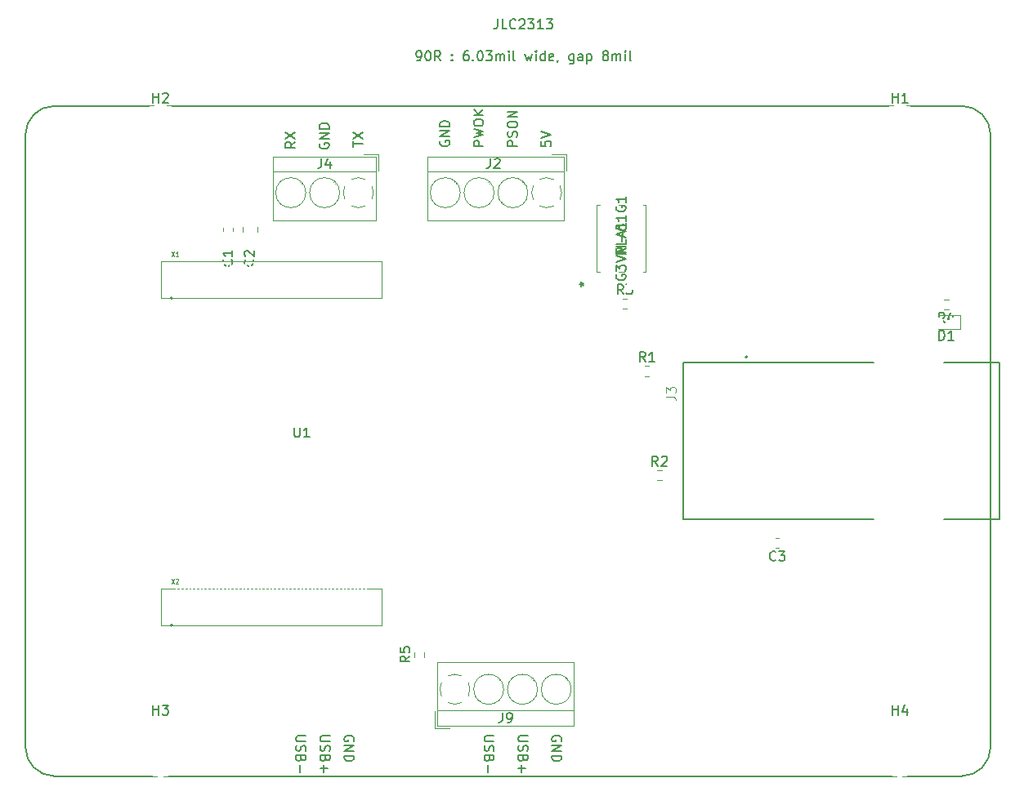
<source format=gbr>
%TF.GenerationSoftware,KiCad,Pcbnew,5.1.10*%
%TF.CreationDate,2021-07-27T11:18:45+02:00*%
%TF.ProjectId,lxbmc,6c78626d-632e-46b6-9963-61645f706362,rev?*%
%TF.SameCoordinates,Original*%
%TF.FileFunction,Legend,Top*%
%TF.FilePolarity,Positive*%
%FSLAX45Y45*%
G04 Gerber Fmt 4.5, Leading zero omitted, Abs format (unit mm)*
G04 Created by KiCad (PCBNEW 5.1.10) date 2021-07-27 11:18:45*
%MOMM*%
%LPD*%
G01*
G04 APERTURE LIST*
%ADD10C,0.150000*%
%TA.AperFunction,Profile*%
%ADD11C,0.200000*%
%TD*%
%ADD12C,0.200000*%
%ADD13C,0.127000*%
%ADD14C,0.120000*%
%ADD15C,0.015000*%
%ADD16C,1.800000*%
%ADD17C,2.925000*%
%ADD18C,3.251200*%
%ADD19C,2.362200*%
%ADD20C,1.524000*%
%ADD21C,1.714500*%
%ADD22C,1.371600*%
%ADD23R,1.524000X1.524000*%
%ADD24R,1.397000X1.701800*%
%ADD25R,0.200000X0.700000*%
%ADD26C,6.100000*%
%ADD27C,2.300000*%
%ADD28R,2.300000X2.300000*%
%ADD29C,3.200000*%
%ADD30R,1.700000X1.700000*%
%ADD31O,1.700000X1.700000*%
G04 APERTURE END LIST*
D10*
X4854762Y-6533559D02*
X4773810Y-6533559D01*
X4764286Y-6538321D01*
X4759524Y-6543083D01*
X4754762Y-6552607D01*
X4754762Y-6571655D01*
X4759524Y-6581178D01*
X4764286Y-6585940D01*
X4773810Y-6590702D01*
X4854762Y-6590702D01*
X4759524Y-6633559D02*
X4754762Y-6647845D01*
X4754762Y-6671655D01*
X4759524Y-6681178D01*
X4764286Y-6685940D01*
X4773810Y-6690702D01*
X4783333Y-6690702D01*
X4792857Y-6685940D01*
X4797619Y-6681178D01*
X4802381Y-6671655D01*
X4807143Y-6652607D01*
X4811905Y-6643083D01*
X4816667Y-6638321D01*
X4826190Y-6633559D01*
X4835714Y-6633559D01*
X4845238Y-6638321D01*
X4850000Y-6643083D01*
X4854762Y-6652607D01*
X4854762Y-6676417D01*
X4850000Y-6690702D01*
X4807143Y-6766893D02*
X4802381Y-6781178D01*
X4797619Y-6785940D01*
X4788095Y-6790702D01*
X4773810Y-6790702D01*
X4764286Y-6785940D01*
X4759524Y-6781178D01*
X4754762Y-6771655D01*
X4754762Y-6733559D01*
X4854762Y-6733559D01*
X4854762Y-6766893D01*
X4850000Y-6776417D01*
X4845238Y-6781178D01*
X4835714Y-6785940D01*
X4826190Y-6785940D01*
X4816667Y-6781178D01*
X4811905Y-6776417D01*
X4807143Y-6766893D01*
X4807143Y-6733559D01*
X4792857Y-6833559D02*
X4792857Y-6909750D01*
X5204762Y-6533559D02*
X5123810Y-6533559D01*
X5114286Y-6538321D01*
X5109524Y-6543083D01*
X5104762Y-6552607D01*
X5104762Y-6571655D01*
X5109524Y-6581178D01*
X5114286Y-6585940D01*
X5123810Y-6590702D01*
X5204762Y-6590702D01*
X5109524Y-6633559D02*
X5104762Y-6647845D01*
X5104762Y-6671655D01*
X5109524Y-6681178D01*
X5114286Y-6685940D01*
X5123810Y-6690702D01*
X5133333Y-6690702D01*
X5142857Y-6685940D01*
X5147619Y-6681178D01*
X5152381Y-6671655D01*
X5157143Y-6652607D01*
X5161905Y-6643083D01*
X5166667Y-6638321D01*
X5176190Y-6633559D01*
X5185714Y-6633559D01*
X5195238Y-6638321D01*
X5200000Y-6643083D01*
X5204762Y-6652607D01*
X5204762Y-6676417D01*
X5200000Y-6690702D01*
X5157143Y-6766893D02*
X5152381Y-6781178D01*
X5147619Y-6785940D01*
X5138095Y-6790702D01*
X5123810Y-6790702D01*
X5114286Y-6785940D01*
X5109524Y-6781178D01*
X5104762Y-6771655D01*
X5104762Y-6733559D01*
X5204762Y-6733559D01*
X5204762Y-6766893D01*
X5200000Y-6776417D01*
X5195238Y-6781178D01*
X5185714Y-6785940D01*
X5176190Y-6785940D01*
X5166667Y-6781178D01*
X5161905Y-6776417D01*
X5157143Y-6766893D01*
X5157143Y-6733559D01*
X5142857Y-6833559D02*
X5142857Y-6909750D01*
X5104762Y-6871655D02*
X5180952Y-6871655D01*
X5550000Y-6585940D02*
X5554762Y-6576417D01*
X5554762Y-6562131D01*
X5550000Y-6547845D01*
X5540476Y-6538321D01*
X5530952Y-6533559D01*
X5511905Y-6528798D01*
X5497619Y-6528798D01*
X5478571Y-6533559D01*
X5469048Y-6538321D01*
X5459524Y-6547845D01*
X5454762Y-6562131D01*
X5454762Y-6571655D01*
X5459524Y-6585940D01*
X5464286Y-6590702D01*
X5497619Y-6590702D01*
X5497619Y-6571655D01*
X5454762Y-6633559D02*
X5554762Y-6633559D01*
X5454762Y-6690702D01*
X5554762Y-6690702D01*
X5454762Y-6738321D02*
X5554762Y-6738321D01*
X5554762Y-6762131D01*
X5550000Y-6776417D01*
X5540476Y-6785940D01*
X5530952Y-6790702D01*
X5511905Y-6795464D01*
X5497619Y-6795464D01*
X5478571Y-6790702D01*
X5469048Y-6785940D01*
X5459524Y-6776417D01*
X5454762Y-6762131D01*
X5454762Y-6738321D01*
X4745238Y-416440D02*
X4645238Y-416440D01*
X4645238Y-378345D01*
X4650000Y-368821D01*
X4654762Y-364059D01*
X4664286Y-359298D01*
X4678571Y-359298D01*
X4688095Y-364059D01*
X4692857Y-368821D01*
X4697619Y-378345D01*
X4697619Y-416440D01*
X4645238Y-325964D02*
X4745238Y-302155D01*
X4673810Y-283107D01*
X4745238Y-264060D01*
X4645238Y-240250D01*
X4645238Y-183107D02*
X4645238Y-164060D01*
X4650000Y-154536D01*
X4659524Y-145012D01*
X4678571Y-140250D01*
X4711905Y-140250D01*
X4730952Y-145012D01*
X4740476Y-154536D01*
X4745238Y-164060D01*
X4745238Y-183107D01*
X4740476Y-192631D01*
X4730952Y-202155D01*
X4711905Y-206917D01*
X4678571Y-206917D01*
X4659524Y-202155D01*
X4650000Y-192631D01*
X4645238Y-183107D01*
X4745238Y-97393D02*
X4645238Y-97393D01*
X4745238Y-40250D02*
X4688095Y-83107D01*
X4645238Y-40250D02*
X4702381Y-97393D01*
D11*
X300000Y-6950000D02*
G75*
G02*
X0Y-6650000I0J300000D01*
G01*
X0Y-300000D02*
G75*
G02*
X300000Y0I300000J0D01*
G01*
X10000000Y-6650000D02*
G75*
G02*
X9700000Y-6950000I-300000J0D01*
G01*
X9700000Y0D02*
G75*
G02*
X10000000Y-300000I0J-300000D01*
G01*
D10*
X5345238Y-368821D02*
X5345238Y-416440D01*
X5392857Y-421202D01*
X5388095Y-416440D01*
X5383333Y-406917D01*
X5383333Y-383107D01*
X5388095Y-373583D01*
X5392857Y-368821D01*
X5402381Y-364059D01*
X5426190Y-364059D01*
X5435714Y-368821D01*
X5440476Y-373583D01*
X5445238Y-383107D01*
X5445238Y-406917D01*
X5440476Y-416440D01*
X5435714Y-421202D01*
X5345238Y-335488D02*
X5445238Y-302155D01*
X5345238Y-268821D01*
X4300000Y-364059D02*
X4295238Y-373583D01*
X4295238Y-387869D01*
X4300000Y-402155D01*
X4309524Y-411678D01*
X4319048Y-416440D01*
X4338095Y-421202D01*
X4352381Y-421202D01*
X4371429Y-416440D01*
X4380952Y-411678D01*
X4390476Y-402155D01*
X4395238Y-387869D01*
X4395238Y-378345D01*
X4390476Y-364059D01*
X4385714Y-359298D01*
X4352381Y-359298D01*
X4352381Y-378345D01*
X4395238Y-316440D02*
X4295238Y-316440D01*
X4395238Y-259298D01*
X4295238Y-259298D01*
X4395238Y-211678D02*
X4295238Y-211678D01*
X4295238Y-187869D01*
X4300000Y-173583D01*
X4309524Y-164060D01*
X4319048Y-159298D01*
X4338095Y-154536D01*
X4352381Y-154536D01*
X4371429Y-159298D01*
X4380952Y-164060D01*
X4390476Y-173583D01*
X4395238Y-187869D01*
X4395238Y-211678D01*
X4893333Y899762D02*
X4893333Y828333D01*
X4888571Y814048D01*
X4879048Y804524D01*
X4864762Y799762D01*
X4855238Y799762D01*
X4988571Y799762D02*
X4940952Y799762D01*
X4940952Y899762D01*
X5079048Y809286D02*
X5074286Y804524D01*
X5060000Y799762D01*
X5050476Y799762D01*
X5036190Y804524D01*
X5026667Y814048D01*
X5021905Y823571D01*
X5017143Y842619D01*
X5017143Y856905D01*
X5021905Y875952D01*
X5026667Y885476D01*
X5036190Y895000D01*
X5050476Y899762D01*
X5060000Y899762D01*
X5074286Y895000D01*
X5079048Y890238D01*
X5117143Y890238D02*
X5121905Y895000D01*
X5131429Y899762D01*
X5155238Y899762D01*
X5164762Y895000D01*
X5169524Y890238D01*
X5174286Y880714D01*
X5174286Y871190D01*
X5169524Y856905D01*
X5112381Y799762D01*
X5174286Y799762D01*
X5207619Y899762D02*
X5269524Y899762D01*
X5236190Y861667D01*
X5250476Y861667D01*
X5260000Y856905D01*
X5264762Y852143D01*
X5269524Y842619D01*
X5269524Y818809D01*
X5264762Y809286D01*
X5260000Y804524D01*
X5250476Y799762D01*
X5221905Y799762D01*
X5212381Y804524D01*
X5207619Y809286D01*
X5364762Y799762D02*
X5307619Y799762D01*
X5336190Y799762D02*
X5336190Y899762D01*
X5326667Y885476D01*
X5317143Y875952D01*
X5307619Y871190D01*
X5398095Y899762D02*
X5460000Y899762D01*
X5426667Y861667D01*
X5440952Y861667D01*
X5450476Y856905D01*
X5455238Y852143D01*
X5460000Y842619D01*
X5460000Y818809D01*
X5455238Y809286D01*
X5450476Y804524D01*
X5440952Y799762D01*
X5412381Y799762D01*
X5402857Y804524D01*
X5398095Y809286D01*
X4057619Y469762D02*
X4076667Y469762D01*
X4086190Y474524D01*
X4090952Y479286D01*
X4100476Y493571D01*
X4105238Y512619D01*
X4105238Y550714D01*
X4100476Y560238D01*
X4095714Y565000D01*
X4086190Y569762D01*
X4067143Y569762D01*
X4057619Y565000D01*
X4052857Y560238D01*
X4048095Y550714D01*
X4048095Y526905D01*
X4052857Y517381D01*
X4057619Y512619D01*
X4067143Y507857D01*
X4086190Y507857D01*
X4095714Y512619D01*
X4100476Y517381D01*
X4105238Y526905D01*
X4167143Y569762D02*
X4176667Y569762D01*
X4186190Y565000D01*
X4190952Y560238D01*
X4195714Y550714D01*
X4200476Y531667D01*
X4200476Y507857D01*
X4195714Y488809D01*
X4190952Y479286D01*
X4186190Y474524D01*
X4176667Y469762D01*
X4167143Y469762D01*
X4157619Y474524D01*
X4152857Y479286D01*
X4148095Y488809D01*
X4143333Y507857D01*
X4143333Y531667D01*
X4148095Y550714D01*
X4152857Y560238D01*
X4157619Y565000D01*
X4167143Y569762D01*
X4300476Y469762D02*
X4267143Y517381D01*
X4243333Y469762D02*
X4243333Y569762D01*
X4281429Y569762D01*
X4290952Y565000D01*
X4295714Y560238D01*
X4300476Y550714D01*
X4300476Y536429D01*
X4295714Y526905D01*
X4290952Y522143D01*
X4281429Y517381D01*
X4243333Y517381D01*
X4419524Y479286D02*
X4424286Y474524D01*
X4419524Y469762D01*
X4414762Y474524D01*
X4419524Y479286D01*
X4419524Y469762D01*
X4419524Y531667D02*
X4424286Y526905D01*
X4419524Y522143D01*
X4414762Y526905D01*
X4419524Y531667D01*
X4419524Y522143D01*
X4586190Y569762D02*
X4567143Y569762D01*
X4557619Y565000D01*
X4552857Y560238D01*
X4543333Y545952D01*
X4538571Y526905D01*
X4538571Y488809D01*
X4543333Y479286D01*
X4548095Y474524D01*
X4557619Y469762D01*
X4576667Y469762D01*
X4586190Y474524D01*
X4590952Y479286D01*
X4595714Y488809D01*
X4595714Y512619D01*
X4590952Y522143D01*
X4586190Y526905D01*
X4576667Y531667D01*
X4557619Y531667D01*
X4548095Y526905D01*
X4543333Y522143D01*
X4538571Y512619D01*
X4638571Y479286D02*
X4643333Y474524D01*
X4638571Y469762D01*
X4633810Y474524D01*
X4638571Y479286D01*
X4638571Y469762D01*
X4705238Y569762D02*
X4714762Y569762D01*
X4724286Y565000D01*
X4729048Y560238D01*
X4733810Y550714D01*
X4738571Y531667D01*
X4738571Y507857D01*
X4733810Y488809D01*
X4729048Y479286D01*
X4724286Y474524D01*
X4714762Y469762D01*
X4705238Y469762D01*
X4695714Y474524D01*
X4690952Y479286D01*
X4686190Y488809D01*
X4681429Y507857D01*
X4681429Y531667D01*
X4686190Y550714D01*
X4690952Y560238D01*
X4695714Y565000D01*
X4705238Y569762D01*
X4771905Y569762D02*
X4833810Y569762D01*
X4800476Y531667D01*
X4814762Y531667D01*
X4824286Y526905D01*
X4829048Y522143D01*
X4833810Y512619D01*
X4833810Y488809D01*
X4829048Y479286D01*
X4824286Y474524D01*
X4814762Y469762D01*
X4786190Y469762D01*
X4776667Y474524D01*
X4771905Y479286D01*
X4876667Y469762D02*
X4876667Y536429D01*
X4876667Y526905D02*
X4881429Y531667D01*
X4890952Y536429D01*
X4905238Y536429D01*
X4914762Y531667D01*
X4919524Y522143D01*
X4919524Y469762D01*
X4919524Y522143D02*
X4924286Y531667D01*
X4933810Y536429D01*
X4948095Y536429D01*
X4957619Y531667D01*
X4962381Y522143D01*
X4962381Y469762D01*
X5010000Y469762D02*
X5010000Y536429D01*
X5010000Y569762D02*
X5005238Y565000D01*
X5010000Y560238D01*
X5014762Y565000D01*
X5010000Y569762D01*
X5010000Y560238D01*
X5071905Y469762D02*
X5062381Y474524D01*
X5057619Y484048D01*
X5057619Y569762D01*
X5176667Y536429D02*
X5195714Y469762D01*
X5214762Y517381D01*
X5233810Y469762D01*
X5252857Y536429D01*
X5290952Y469762D02*
X5290952Y536429D01*
X5290952Y569762D02*
X5286190Y565000D01*
X5290952Y560238D01*
X5295714Y565000D01*
X5290952Y569762D01*
X5290952Y560238D01*
X5381429Y469762D02*
X5381429Y569762D01*
X5381429Y474524D02*
X5371905Y469762D01*
X5352857Y469762D01*
X5343333Y474524D01*
X5338571Y479286D01*
X5333810Y488809D01*
X5333810Y517381D01*
X5338571Y526905D01*
X5343333Y531667D01*
X5352857Y536429D01*
X5371905Y536429D01*
X5381429Y531667D01*
X5467143Y474524D02*
X5457619Y469762D01*
X5438571Y469762D01*
X5429048Y474524D01*
X5424286Y484048D01*
X5424286Y522143D01*
X5429048Y531667D01*
X5438571Y536429D01*
X5457619Y536429D01*
X5467143Y531667D01*
X5471905Y522143D01*
X5471905Y512619D01*
X5424286Y503095D01*
X5519524Y474524D02*
X5519524Y469762D01*
X5514762Y460238D01*
X5510000Y455476D01*
X5681428Y536429D02*
X5681428Y455476D01*
X5676667Y445952D01*
X5671905Y441190D01*
X5662381Y436428D01*
X5648095Y436428D01*
X5638571Y441190D01*
X5681428Y474524D02*
X5671905Y469762D01*
X5652857Y469762D01*
X5643333Y474524D01*
X5638571Y479286D01*
X5633809Y488809D01*
X5633809Y517381D01*
X5638571Y526905D01*
X5643333Y531667D01*
X5652857Y536429D01*
X5671905Y536429D01*
X5681428Y531667D01*
X5771905Y469762D02*
X5771905Y522143D01*
X5767143Y531667D01*
X5757619Y536429D01*
X5738571Y536429D01*
X5729048Y531667D01*
X5771905Y474524D02*
X5762381Y469762D01*
X5738571Y469762D01*
X5729048Y474524D01*
X5724286Y484048D01*
X5724286Y493571D01*
X5729048Y503095D01*
X5738571Y507857D01*
X5762381Y507857D01*
X5771905Y512619D01*
X5819524Y536429D02*
X5819524Y436428D01*
X5819524Y531667D02*
X5829048Y536429D01*
X5848095Y536429D01*
X5857619Y531667D01*
X5862381Y526905D01*
X5867143Y517381D01*
X5867143Y488809D01*
X5862381Y479286D01*
X5857619Y474524D01*
X5848095Y469762D01*
X5829048Y469762D01*
X5819524Y474524D01*
X6000476Y526905D02*
X5990952Y531667D01*
X5986190Y536429D01*
X5981428Y545952D01*
X5981428Y550714D01*
X5986190Y560238D01*
X5990952Y565000D01*
X6000476Y569762D01*
X6019524Y569762D01*
X6029048Y565000D01*
X6033809Y560238D01*
X6038571Y550714D01*
X6038571Y545952D01*
X6033809Y536429D01*
X6029048Y531667D01*
X6019524Y526905D01*
X6000476Y526905D01*
X5990952Y522143D01*
X5986190Y517381D01*
X5981428Y507857D01*
X5981428Y488809D01*
X5986190Y479286D01*
X5990952Y474524D01*
X6000476Y469762D01*
X6019524Y469762D01*
X6029048Y474524D01*
X6033809Y479286D01*
X6038571Y488809D01*
X6038571Y507857D01*
X6033809Y517381D01*
X6029048Y522143D01*
X6019524Y526905D01*
X6081428Y469762D02*
X6081428Y536429D01*
X6081428Y526905D02*
X6086190Y531667D01*
X6095714Y536429D01*
X6110000Y536429D01*
X6119524Y531667D01*
X6124286Y522143D01*
X6124286Y469762D01*
X6124286Y522143D02*
X6129048Y531667D01*
X6138571Y536429D01*
X6152857Y536429D01*
X6162381Y531667D01*
X6167143Y522143D01*
X6167143Y469762D01*
X6214762Y469762D02*
X6214762Y536429D01*
X6214762Y569762D02*
X6210000Y565000D01*
X6214762Y560238D01*
X6219524Y565000D01*
X6214762Y569762D01*
X6214762Y560238D01*
X6276667Y469762D02*
X6267143Y474524D01*
X6262381Y484048D01*
X6262381Y569762D01*
D11*
X300000Y0D02*
X9700000Y0D01*
X0Y-6650000D02*
X0Y-300000D01*
X10000000Y-300000D02*
X10000000Y-6650000D01*
X9700000Y-6950000D02*
X300000Y-6950000D01*
D10*
X5095238Y-416440D02*
X4995238Y-416440D01*
X4995238Y-378345D01*
X5000000Y-368821D01*
X5004762Y-364059D01*
X5014286Y-359298D01*
X5028571Y-359298D01*
X5038095Y-364059D01*
X5042857Y-368821D01*
X5047619Y-378345D01*
X5047619Y-416440D01*
X5090476Y-321202D02*
X5095238Y-306917D01*
X5095238Y-283107D01*
X5090476Y-273583D01*
X5085714Y-268821D01*
X5076190Y-264060D01*
X5066667Y-264060D01*
X5057143Y-268821D01*
X5052381Y-273583D01*
X5047619Y-283107D01*
X5042857Y-302155D01*
X5038095Y-311679D01*
X5033333Y-316440D01*
X5023810Y-321202D01*
X5014286Y-321202D01*
X5004762Y-316440D01*
X5000000Y-311679D01*
X4995238Y-302155D01*
X4995238Y-278345D01*
X5000000Y-264060D01*
X4995238Y-202155D02*
X4995238Y-183107D01*
X5000000Y-173583D01*
X5009524Y-164060D01*
X5028571Y-159298D01*
X5061905Y-159298D01*
X5080952Y-164060D01*
X5090476Y-173583D01*
X5095238Y-183107D01*
X5095238Y-202155D01*
X5090476Y-211678D01*
X5080952Y-221202D01*
X5061905Y-225964D01*
X5028571Y-225964D01*
X5009524Y-221202D01*
X5000000Y-211678D01*
X4995238Y-202155D01*
X5095238Y-116440D02*
X4995238Y-116440D01*
X5095238Y-59298D01*
X4995238Y-59298D01*
X3400000Y-6585940D02*
X3404762Y-6576417D01*
X3404762Y-6562131D01*
X3400000Y-6547845D01*
X3390476Y-6538321D01*
X3380952Y-6533559D01*
X3361905Y-6528798D01*
X3347619Y-6528798D01*
X3328571Y-6533559D01*
X3319048Y-6538321D01*
X3309524Y-6547845D01*
X3304762Y-6562131D01*
X3304762Y-6571655D01*
X3309524Y-6585940D01*
X3314286Y-6590702D01*
X3347619Y-6590702D01*
X3347619Y-6571655D01*
X3304762Y-6633559D02*
X3404762Y-6633559D01*
X3304762Y-6690702D01*
X3404762Y-6690702D01*
X3304762Y-6738321D02*
X3404762Y-6738321D01*
X3404762Y-6762131D01*
X3400000Y-6776417D01*
X3390476Y-6785940D01*
X3380952Y-6790702D01*
X3361905Y-6795464D01*
X3347619Y-6795464D01*
X3328571Y-6790702D01*
X3319048Y-6785940D01*
X3309524Y-6776417D01*
X3304762Y-6762131D01*
X3304762Y-6738321D01*
X3154762Y-6533559D02*
X3073809Y-6533559D01*
X3064286Y-6538321D01*
X3059524Y-6543083D01*
X3054762Y-6552607D01*
X3054762Y-6571655D01*
X3059524Y-6581178D01*
X3064286Y-6585940D01*
X3073809Y-6590702D01*
X3154762Y-6590702D01*
X3059524Y-6633559D02*
X3054762Y-6647845D01*
X3054762Y-6671655D01*
X3059524Y-6681178D01*
X3064286Y-6685940D01*
X3073809Y-6690702D01*
X3083333Y-6690702D01*
X3092857Y-6685940D01*
X3097619Y-6681178D01*
X3102381Y-6671655D01*
X3107143Y-6652607D01*
X3111905Y-6643083D01*
X3116667Y-6638321D01*
X3126190Y-6633559D01*
X3135714Y-6633559D01*
X3145238Y-6638321D01*
X3150000Y-6643083D01*
X3154762Y-6652607D01*
X3154762Y-6676417D01*
X3150000Y-6690702D01*
X3107143Y-6766893D02*
X3102381Y-6781178D01*
X3097619Y-6785940D01*
X3088095Y-6790702D01*
X3073809Y-6790702D01*
X3064286Y-6785940D01*
X3059524Y-6781178D01*
X3054762Y-6771655D01*
X3054762Y-6733559D01*
X3154762Y-6733559D01*
X3154762Y-6766893D01*
X3150000Y-6776417D01*
X3145238Y-6781178D01*
X3135714Y-6785940D01*
X3126190Y-6785940D01*
X3116667Y-6781178D01*
X3111905Y-6776417D01*
X3107143Y-6766893D01*
X3107143Y-6733559D01*
X3092857Y-6833559D02*
X3092857Y-6909750D01*
X3054762Y-6871655D02*
X3130952Y-6871655D01*
X2904762Y-6533559D02*
X2823809Y-6533559D01*
X2814286Y-6538321D01*
X2809524Y-6543083D01*
X2804762Y-6552607D01*
X2804762Y-6571655D01*
X2809524Y-6581178D01*
X2814286Y-6585940D01*
X2823809Y-6590702D01*
X2904762Y-6590702D01*
X2809524Y-6633559D02*
X2804762Y-6647845D01*
X2804762Y-6671655D01*
X2809524Y-6681178D01*
X2814286Y-6685940D01*
X2823809Y-6690702D01*
X2833333Y-6690702D01*
X2842857Y-6685940D01*
X2847619Y-6681178D01*
X2852381Y-6671655D01*
X2857143Y-6652607D01*
X2861905Y-6643083D01*
X2866667Y-6638321D01*
X2876190Y-6633559D01*
X2885714Y-6633559D01*
X2895238Y-6638321D01*
X2900000Y-6643083D01*
X2904762Y-6652607D01*
X2904762Y-6676417D01*
X2900000Y-6690702D01*
X2857143Y-6766893D02*
X2852381Y-6781178D01*
X2847619Y-6785940D01*
X2838095Y-6790702D01*
X2823809Y-6790702D01*
X2814286Y-6785940D01*
X2809524Y-6781178D01*
X2804762Y-6771655D01*
X2804762Y-6733559D01*
X2904762Y-6733559D01*
X2904762Y-6766893D01*
X2900000Y-6776417D01*
X2895238Y-6781178D01*
X2885714Y-6785940D01*
X2876190Y-6785940D01*
X2866667Y-6781178D01*
X2861905Y-6776417D01*
X2857143Y-6766893D01*
X2857143Y-6733559D01*
X2842857Y-6833559D02*
X2842857Y-6909750D01*
X3395238Y-421655D02*
X3395238Y-364512D01*
X3495238Y-393083D02*
X3395238Y-393083D01*
X3395238Y-340702D02*
X3495238Y-274036D01*
X3395238Y-274036D02*
X3495238Y-340702D01*
X3050000Y-388321D02*
X3045238Y-397845D01*
X3045238Y-412131D01*
X3050000Y-426417D01*
X3059524Y-435940D01*
X3069048Y-440702D01*
X3088095Y-445464D01*
X3102381Y-445464D01*
X3121428Y-440702D01*
X3130952Y-435940D01*
X3140476Y-426417D01*
X3145238Y-412131D01*
X3145238Y-402607D01*
X3140476Y-388321D01*
X3135714Y-383559D01*
X3102381Y-383559D01*
X3102381Y-402607D01*
X3145238Y-340702D02*
X3045238Y-340702D01*
X3145238Y-283560D01*
X3045238Y-283560D01*
X3145238Y-235940D02*
X3045238Y-235940D01*
X3045238Y-212131D01*
X3050000Y-197845D01*
X3059524Y-188321D01*
X3069048Y-183559D01*
X3088095Y-178798D01*
X3102381Y-178798D01*
X3121428Y-183559D01*
X3130952Y-188321D01*
X3140476Y-197845D01*
X3145238Y-212131D01*
X3145238Y-235940D01*
X2795238Y-374036D02*
X2747619Y-407369D01*
X2795238Y-431178D02*
X2695238Y-431178D01*
X2695238Y-393083D01*
X2700000Y-383559D01*
X2704762Y-378798D01*
X2714286Y-374036D01*
X2728571Y-374036D01*
X2738095Y-378798D01*
X2742857Y-383559D01*
X2747619Y-393083D01*
X2747619Y-431178D01*
X2695238Y-340702D02*
X2795238Y-274036D01*
X2695238Y-274036D02*
X2795238Y-340702D01*
D12*
X7480000Y-2605000D02*
G75*
G03*
X7480000Y-2605000I-10000J0D01*
G01*
D13*
X6815600Y-2659660D02*
X6815600Y-4290340D01*
X6815600Y-4290340D02*
X8792200Y-4290340D01*
X9515600Y-4290340D02*
X10092200Y-4290340D01*
X10092200Y-4290340D02*
X10092200Y-2659660D01*
X6815600Y-2659660D02*
X8792200Y-2659660D01*
X9515600Y-2659660D02*
X10092200Y-2659660D01*
D12*
X1524000Y-1994000D02*
G75*
G03*
X1524000Y-1994000I-10000J0D01*
G01*
X1524000Y-5386000D02*
G75*
G03*
X1524000Y-5386000I-10000J0D01*
G01*
D14*
X5951801Y-1028560D02*
X5921000Y-1028560D01*
X6205801Y-1028560D02*
X6144199Y-1028560D01*
X6398199Y-1719440D02*
X6429000Y-1719440D01*
X6144199Y-1719440D02*
X6205801Y-1719440D01*
X5921000Y-1719440D02*
X5951801Y-1719440D01*
X5921000Y-1028560D02*
X5921000Y-1719440D01*
X6429000Y-1028560D02*
X6398199Y-1028560D01*
X6429000Y-1719440D02*
X6429000Y-1028560D01*
X3689000Y-1993000D02*
X1409000Y-1993000D01*
X1409000Y-1993000D02*
X1409000Y-1615000D01*
X3689000Y-1615000D02*
X1409000Y-1615000D01*
X3689000Y-1993000D02*
X3689000Y-1615000D01*
X3689000Y-5385000D02*
X3689000Y-5007000D01*
X3689000Y-5007000D02*
X1409000Y-5007000D01*
X1409000Y-5385000D02*
X1409000Y-5007000D01*
X3689000Y-5385000D02*
X1409000Y-5385000D01*
X4245000Y-6450000D02*
X4395000Y-6450000D01*
X4245000Y-6276000D02*
X4245000Y-6450000D01*
X5389700Y-6141400D02*
X5382100Y-6149000D01*
X5599000Y-5932000D02*
X5593600Y-5937400D01*
X5406500Y-6162500D02*
X5401100Y-6168000D01*
X5618000Y-5951000D02*
X5610400Y-5958600D01*
X5039700Y-6141400D02*
X5032100Y-6149000D01*
X5249000Y-5932000D02*
X5243600Y-5937400D01*
X5056500Y-6162500D02*
X5051100Y-6168000D01*
X5268000Y-5951000D02*
X5260400Y-5958600D01*
X4689700Y-6141400D02*
X4682100Y-6149000D01*
X4899000Y-5932000D02*
X4893600Y-5937400D01*
X4706500Y-6162500D02*
X4701100Y-6168000D01*
X4918000Y-5951000D02*
X4910400Y-5958600D01*
X5681000Y-5764000D02*
X5681000Y-6426000D01*
X4269000Y-5764000D02*
X4269000Y-6426000D01*
X4269000Y-6426000D02*
X5681000Y-6426000D01*
X4269000Y-5764000D02*
X5681000Y-5764000D01*
X4269000Y-6270000D02*
X5681000Y-6270000D01*
X5655500Y-6050000D02*
G75*
G03*
X5655500Y-6050000I-155500J0D01*
G01*
X5305500Y-6050000D02*
G75*
G03*
X5305500Y-6050000I-155500J0D01*
G01*
X4955500Y-6050000D02*
G75*
G03*
X4955500Y-6050000I-155500J0D01*
G01*
X4452644Y-6205568D02*
G75*
G02*
X4379300Y-6188600I-2644J155568D01*
G01*
X4311336Y-6120573D02*
G75*
G02*
X4311400Y-5979300I138665J70573D01*
G01*
X4379427Y-5911335D02*
G75*
G02*
X4520700Y-5911400I70573J-138665D01*
G01*
X4588665Y-5979427D02*
G75*
G02*
X4588600Y-6120700I-138665J-70573D01*
G01*
X4520596Y-6188551D02*
G75*
G02*
X4450000Y-6205500I-70596J138552D01*
G01*
X5605000Y-500000D02*
X5455000Y-500000D01*
X5605000Y-674000D02*
X5605000Y-500000D01*
X4460300Y-808600D02*
X4467900Y-801000D01*
X4251000Y-1018000D02*
X4256400Y-1012600D01*
X4443500Y-787500D02*
X4448900Y-782000D01*
X4232000Y-999000D02*
X4239600Y-991400D01*
X4810300Y-808600D02*
X4817900Y-801000D01*
X4601000Y-1018000D02*
X4606400Y-1012600D01*
X4793500Y-787500D02*
X4798900Y-782000D01*
X4582000Y-999000D02*
X4589600Y-991400D01*
X5160300Y-808600D02*
X5167900Y-801000D01*
X4951000Y-1018000D02*
X4956400Y-1012600D01*
X5143500Y-787500D02*
X5148900Y-782000D01*
X4932000Y-999000D02*
X4939600Y-991400D01*
X4169000Y-1186000D02*
X4169000Y-524000D01*
X5581000Y-1186000D02*
X5581000Y-524000D01*
X5581000Y-524000D02*
X4169000Y-524000D01*
X5581000Y-1186000D02*
X4169000Y-1186000D01*
X5581000Y-680000D02*
X4169000Y-680000D01*
X4505500Y-900000D02*
G75*
G03*
X4505500Y-900000I-155500J0D01*
G01*
X4855500Y-900000D02*
G75*
G03*
X4855500Y-900000I-155500J0D01*
G01*
X5205500Y-900000D02*
G75*
G03*
X5205500Y-900000I-155500J0D01*
G01*
X5397356Y-744432D02*
G75*
G02*
X5470700Y-761400I2644J-155568D01*
G01*
X5538665Y-829427D02*
G75*
G02*
X5538600Y-970700I-138665J-70573D01*
G01*
X5470573Y-1038664D02*
G75*
G02*
X5329300Y-1038600I-70573J138665D01*
G01*
X5261336Y-970573D02*
G75*
G02*
X5261400Y-829300I138665J70573D01*
G01*
X5329405Y-761448D02*
G75*
G02*
X5400000Y-744500I70596J-138552D01*
G01*
X3655000Y-500000D02*
X3505000Y-500000D01*
X3655000Y-674000D02*
X3655000Y-500000D01*
X2860300Y-808600D02*
X2867900Y-801000D01*
X2651000Y-1018000D02*
X2656400Y-1012600D01*
X2843500Y-787500D02*
X2848900Y-782000D01*
X2632000Y-999000D02*
X2639600Y-991400D01*
X3210300Y-808600D02*
X3217900Y-801000D01*
X3001000Y-1018000D02*
X3006400Y-1012600D01*
X3193500Y-787500D02*
X3198900Y-782000D01*
X2982000Y-999000D02*
X2989600Y-991400D01*
X2569000Y-1186000D02*
X2569000Y-524000D01*
X3631000Y-1186000D02*
X3631000Y-524000D01*
X3631000Y-524000D02*
X2569000Y-524000D01*
X3631000Y-1186000D02*
X2569000Y-1186000D01*
X3631000Y-680000D02*
X2569000Y-680000D01*
X2905500Y-900000D02*
G75*
G03*
X2905500Y-900000I-155500J0D01*
G01*
X3255500Y-900000D02*
G75*
G03*
X3255500Y-900000I-155500J0D01*
G01*
X3447356Y-744432D02*
G75*
G02*
X3520700Y-761400I2644J-155568D01*
G01*
X3588664Y-829427D02*
G75*
G02*
X3588600Y-970700I-138665J-70573D01*
G01*
X3520573Y-1038664D02*
G75*
G02*
X3379300Y-1038600I-70573J138665D01*
G01*
X3311335Y-970573D02*
G75*
G02*
X3311400Y-829300I138665J70573D01*
G01*
X3379404Y-761448D02*
G75*
G02*
X3450000Y-744500I70596J-138552D01*
G01*
X4027750Y-5713726D02*
X4027750Y-5666274D01*
X4132250Y-5713726D02*
X4132250Y-5666274D01*
X9563726Y-2112250D02*
X9516274Y-2112250D01*
X9563726Y-2007750D02*
X9516274Y-2007750D01*
X6186274Y-2102250D02*
X6233726Y-2102250D01*
X6186274Y-1997750D02*
X6233726Y-1997750D01*
X6546274Y-3777750D02*
X6593726Y-3777750D01*
X6546274Y-3882250D02*
X6593726Y-3882250D01*
X6416274Y-2697750D02*
X6463726Y-2697750D01*
X6416274Y-2802250D02*
X6463726Y-2802250D01*
X9460000Y-2313500D02*
X9688500Y-2313500D01*
X9688500Y-2313500D02*
X9688500Y-2166500D01*
X9688500Y-2166500D02*
X9460000Y-2166500D01*
X7804058Y-4581000D02*
X7775942Y-4581000D01*
X7804058Y-4479000D02*
X7775942Y-4479000D01*
X2254000Y-1306125D02*
X2254000Y-1253875D01*
X2401000Y-1306125D02*
X2401000Y-1253875D01*
X2050400Y-1295658D02*
X2050400Y-1267542D01*
X2152400Y-1295658D02*
X2152400Y-1267542D01*
D15*
X6638738Y-3015833D02*
X6710167Y-3015833D01*
X6724452Y-3020595D01*
X6733976Y-3030119D01*
X6738738Y-3044405D01*
X6738738Y-3053928D01*
X6638738Y-2977738D02*
X6638738Y-2915833D01*
X6676833Y-2949167D01*
X6676833Y-2934881D01*
X6681595Y-2925357D01*
X6686357Y-2920595D01*
X6695881Y-2915833D01*
X6719690Y-2915833D01*
X6729214Y-2920595D01*
X6733976Y-2925357D01*
X6738738Y-2934881D01*
X6738738Y-2963452D01*
X6733976Y-2972976D01*
X6729214Y-2977738D01*
X1511550Y-1511251D02*
X1543608Y-1559338D01*
X1543608Y-1511251D02*
X1511550Y-1559338D01*
X1587116Y-1559338D02*
X1559638Y-1559338D01*
X1573377Y-1559338D02*
X1573377Y-1511251D01*
X1568797Y-1518120D01*
X1564217Y-1522700D01*
X1559638Y-1524990D01*
X1511550Y-4903251D02*
X1543608Y-4951338D01*
X1543608Y-4903251D02*
X1511550Y-4951338D01*
X1559638Y-4907830D02*
X1561928Y-4905541D01*
X1566507Y-4903251D01*
X1577957Y-4903251D01*
X1582537Y-4905541D01*
X1584826Y-4907830D01*
X1587116Y-4912410D01*
X1587116Y-4916990D01*
X1584826Y-4923860D01*
X1557348Y-4951338D01*
X1587116Y-4951338D01*
D10*
X6220238Y-1474000D02*
X6172619Y-1507333D01*
X6220238Y-1531143D02*
X6120238Y-1531143D01*
X6120238Y-1493048D01*
X6125000Y-1483524D01*
X6129762Y-1478762D01*
X6139286Y-1474000D01*
X6153571Y-1474000D01*
X6163095Y-1478762D01*
X6167857Y-1483524D01*
X6172619Y-1493048D01*
X6172619Y-1531143D01*
X6220238Y-1383524D02*
X6220238Y-1431143D01*
X6120238Y-1431143D01*
X6191667Y-1354952D02*
X6191667Y-1307333D01*
X6220238Y-1364476D02*
X6120238Y-1331143D01*
X6220238Y-1297810D01*
X6220238Y-1212095D02*
X6220238Y-1269238D01*
X6220238Y-1240667D02*
X6120238Y-1240667D01*
X6134524Y-1250190D01*
X6144048Y-1259714D01*
X6148809Y-1269238D01*
X6125000Y-1750190D02*
X6120238Y-1759714D01*
X6120238Y-1774000D01*
X6125000Y-1788286D01*
X6134524Y-1797809D01*
X6144048Y-1802571D01*
X6163095Y-1807333D01*
X6177381Y-1807333D01*
X6196428Y-1802571D01*
X6205952Y-1797809D01*
X6215476Y-1788286D01*
X6220238Y-1774000D01*
X6220238Y-1764476D01*
X6215476Y-1750190D01*
X6210714Y-1745428D01*
X6177381Y-1745428D01*
X6177381Y-1764476D01*
X6120238Y-1712095D02*
X6120238Y-1650190D01*
X6158333Y-1683524D01*
X6158333Y-1669238D01*
X6163095Y-1659714D01*
X6167857Y-1654952D01*
X6177381Y-1650190D01*
X6201190Y-1650190D01*
X6210714Y-1654952D01*
X6215476Y-1659714D01*
X6220238Y-1669238D01*
X6220238Y-1697809D01*
X6215476Y-1707333D01*
X6210714Y-1712095D01*
X6120238Y-1621619D02*
X6220238Y-1588286D01*
X6120238Y-1554952D01*
X6220238Y-1521619D02*
X6120238Y-1521619D01*
X6191667Y-1488286D01*
X6120238Y-1454952D01*
X6220238Y-1454952D01*
X6182143Y-1407333D02*
X6182143Y-1331143D01*
X6120238Y-1240667D02*
X6120238Y-1259714D01*
X6125000Y-1269238D01*
X6129762Y-1274000D01*
X6144048Y-1283524D01*
X6163095Y-1288286D01*
X6201190Y-1288286D01*
X6210714Y-1283524D01*
X6215476Y-1278762D01*
X6220238Y-1269238D01*
X6220238Y-1250190D01*
X6215476Y-1240667D01*
X6210714Y-1235905D01*
X6201190Y-1231143D01*
X6177381Y-1231143D01*
X6167857Y-1235905D01*
X6163095Y-1240667D01*
X6158333Y-1250190D01*
X6158333Y-1269238D01*
X6163095Y-1278762D01*
X6167857Y-1283524D01*
X6177381Y-1288286D01*
X6220238Y-1135905D02*
X6220238Y-1193048D01*
X6220238Y-1164476D02*
X6120238Y-1164476D01*
X6134524Y-1174000D01*
X6144048Y-1183524D01*
X6148809Y-1193048D01*
X6125000Y-1040667D02*
X6120238Y-1050190D01*
X6120238Y-1064476D01*
X6125000Y-1078762D01*
X6134524Y-1088286D01*
X6144048Y-1093048D01*
X6163095Y-1097810D01*
X6177381Y-1097810D01*
X6196428Y-1093048D01*
X6205952Y-1088286D01*
X6215476Y-1078762D01*
X6220238Y-1064476D01*
X6220238Y-1054952D01*
X6215476Y-1040667D01*
X6210714Y-1035905D01*
X6177381Y-1035905D01*
X6177381Y-1054952D01*
X6220238Y-940667D02*
X6220238Y-997809D01*
X6220238Y-969238D02*
X6120238Y-969238D01*
X6134524Y-978762D01*
X6144048Y-988286D01*
X6148809Y-997809D01*
X5739238Y-1850250D02*
X5763048Y-1850250D01*
X5753524Y-1874059D02*
X5763048Y-1850250D01*
X5753524Y-1826440D01*
X5782095Y-1864536D02*
X5763048Y-1850250D01*
X5782095Y-1835964D01*
X5739238Y-1850250D02*
X5763048Y-1850250D01*
X5753524Y-1874059D02*
X5763048Y-1850250D01*
X5753524Y-1826440D01*
X5782095Y-1864536D02*
X5763048Y-1850250D01*
X5782095Y-1835964D01*
X2786810Y-3334238D02*
X2786810Y-3415190D01*
X2791571Y-3424714D01*
X2796333Y-3429476D01*
X2805857Y-3434238D01*
X2824905Y-3434238D01*
X2834428Y-3429476D01*
X2839190Y-3424714D01*
X2843952Y-3415190D01*
X2843952Y-3334238D01*
X2943952Y-3434238D02*
X2886809Y-3434238D01*
X2915381Y-3434238D02*
X2915381Y-3334238D01*
X2905857Y-3348524D01*
X2896333Y-3358048D01*
X2886809Y-3362809D01*
X4941667Y-6295238D02*
X4941667Y-6366667D01*
X4936905Y-6380952D01*
X4927381Y-6390476D01*
X4913095Y-6395238D01*
X4903571Y-6395238D01*
X4994048Y-6395238D02*
X5013095Y-6395238D01*
X5022619Y-6390476D01*
X5027381Y-6385714D01*
X5036905Y-6371428D01*
X5041667Y-6352381D01*
X5041667Y-6314286D01*
X5036905Y-6304762D01*
X5032143Y-6300000D01*
X5022619Y-6295238D01*
X5003571Y-6295238D01*
X4994048Y-6300000D01*
X4989286Y-6304762D01*
X4984524Y-6314286D01*
X4984524Y-6338095D01*
X4989286Y-6347619D01*
X4994048Y-6352381D01*
X5003571Y-6357143D01*
X5022619Y-6357143D01*
X5032143Y-6352381D01*
X5036905Y-6347619D01*
X5041667Y-6338095D01*
X4816667Y-545238D02*
X4816667Y-616667D01*
X4811905Y-630952D01*
X4802381Y-640476D01*
X4788095Y-645238D01*
X4778571Y-645238D01*
X4859524Y-554762D02*
X4864286Y-550000D01*
X4873810Y-545238D01*
X4897619Y-545238D01*
X4907143Y-550000D01*
X4911905Y-554762D01*
X4916667Y-564286D01*
X4916667Y-573810D01*
X4911905Y-588095D01*
X4854762Y-645238D01*
X4916667Y-645238D01*
X3066667Y-545238D02*
X3066667Y-616667D01*
X3061905Y-630952D01*
X3052381Y-640476D01*
X3038095Y-645238D01*
X3028571Y-645238D01*
X3157143Y-578571D02*
X3157143Y-645238D01*
X3133333Y-540476D02*
X3109524Y-611905D01*
X3171428Y-611905D01*
X8983810Y-6315238D02*
X8983810Y-6215238D01*
X8983810Y-6262857D02*
X9040952Y-6262857D01*
X9040952Y-6315238D02*
X9040952Y-6215238D01*
X9131429Y-6248571D02*
X9131429Y-6315238D01*
X9107619Y-6210476D02*
X9083810Y-6281905D01*
X9145714Y-6281905D01*
X1323810Y-6315238D02*
X1323810Y-6215238D01*
X1323810Y-6262857D02*
X1380952Y-6262857D01*
X1380952Y-6315238D02*
X1380952Y-6215238D01*
X1419048Y-6215238D02*
X1480952Y-6215238D01*
X1447619Y-6253333D01*
X1461905Y-6253333D01*
X1471428Y-6258095D01*
X1476190Y-6262857D01*
X1480952Y-6272381D01*
X1480952Y-6296190D01*
X1476190Y-6305714D01*
X1471428Y-6310476D01*
X1461905Y-6315238D01*
X1433333Y-6315238D01*
X1423809Y-6310476D01*
X1419048Y-6305714D01*
X1323810Y34762D02*
X1323810Y134762D01*
X1323810Y87143D02*
X1380952Y87143D01*
X1380952Y34762D02*
X1380952Y134762D01*
X1423809Y125238D02*
X1428571Y130000D01*
X1438095Y134762D01*
X1461905Y134762D01*
X1471428Y130000D01*
X1476190Y125238D01*
X1480952Y115714D01*
X1480952Y106190D01*
X1476190Y91905D01*
X1419048Y34762D01*
X1480952Y34762D01*
X8983810Y34762D02*
X8983810Y134762D01*
X8983810Y87143D02*
X9040952Y87143D01*
X9040952Y34762D02*
X9040952Y134762D01*
X9140952Y34762D02*
X9083810Y34762D01*
X9112381Y34762D02*
X9112381Y134762D01*
X9102857Y120476D01*
X9093333Y110952D01*
X9083810Y106190D01*
X3982238Y-5706667D02*
X3934619Y-5740000D01*
X3982238Y-5763809D02*
X3882238Y-5763809D01*
X3882238Y-5725714D01*
X3887000Y-5716190D01*
X3891762Y-5711428D01*
X3901286Y-5706667D01*
X3915571Y-5706667D01*
X3925095Y-5711428D01*
X3929857Y-5716190D01*
X3934619Y-5725714D01*
X3934619Y-5763809D01*
X3882238Y-5616190D02*
X3882238Y-5663809D01*
X3929857Y-5668571D01*
X3925095Y-5663809D01*
X3920333Y-5654286D01*
X3920333Y-5630476D01*
X3925095Y-5620952D01*
X3929857Y-5616190D01*
X3939381Y-5611428D01*
X3963190Y-5611428D01*
X3972714Y-5616190D01*
X3977476Y-5620952D01*
X3982238Y-5630476D01*
X3982238Y-5654286D01*
X3977476Y-5663809D01*
X3972714Y-5668571D01*
X9523333Y-2248238D02*
X9490000Y-2200619D01*
X9466190Y-2248238D02*
X9466190Y-2148238D01*
X9504286Y-2148238D01*
X9513810Y-2153000D01*
X9518571Y-2157762D01*
X9523333Y-2167286D01*
X9523333Y-2181571D01*
X9518571Y-2191095D01*
X9513810Y-2195857D01*
X9504286Y-2200619D01*
X9466190Y-2200619D01*
X9609048Y-2181571D02*
X9609048Y-2248238D01*
X9585238Y-2143476D02*
X9561429Y-2214905D01*
X9623333Y-2214905D01*
X6193333Y-1952238D02*
X6160000Y-1904619D01*
X6136190Y-1952238D02*
X6136190Y-1852238D01*
X6174286Y-1852238D01*
X6183809Y-1857000D01*
X6188571Y-1861762D01*
X6193333Y-1871286D01*
X6193333Y-1885571D01*
X6188571Y-1895095D01*
X6183809Y-1899857D01*
X6174286Y-1904619D01*
X6136190Y-1904619D01*
X6226667Y-1852238D02*
X6288571Y-1852238D01*
X6255238Y-1890333D01*
X6269524Y-1890333D01*
X6279048Y-1895095D01*
X6283809Y-1899857D01*
X6288571Y-1909381D01*
X6288571Y-1933190D01*
X6283809Y-1942714D01*
X6279048Y-1947476D01*
X6269524Y-1952238D01*
X6240952Y-1952238D01*
X6231428Y-1947476D01*
X6226667Y-1942714D01*
X6553333Y-3732238D02*
X6520000Y-3684619D01*
X6496190Y-3732238D02*
X6496190Y-3632238D01*
X6534286Y-3632238D01*
X6543809Y-3637000D01*
X6548571Y-3641762D01*
X6553333Y-3651286D01*
X6553333Y-3665571D01*
X6548571Y-3675095D01*
X6543809Y-3679857D01*
X6534286Y-3684619D01*
X6496190Y-3684619D01*
X6591428Y-3641762D02*
X6596190Y-3637000D01*
X6605714Y-3632238D01*
X6629524Y-3632238D01*
X6639048Y-3637000D01*
X6643809Y-3641762D01*
X6648571Y-3651286D01*
X6648571Y-3660809D01*
X6643809Y-3675095D01*
X6586667Y-3732238D01*
X6648571Y-3732238D01*
X6423333Y-2652238D02*
X6390000Y-2604619D01*
X6366190Y-2652238D02*
X6366190Y-2552238D01*
X6404286Y-2552238D01*
X6413809Y-2557000D01*
X6418571Y-2561762D01*
X6423333Y-2571286D01*
X6423333Y-2585571D01*
X6418571Y-2595095D01*
X6413809Y-2599857D01*
X6404286Y-2604619D01*
X6366190Y-2604619D01*
X6518571Y-2652238D02*
X6461428Y-2652238D01*
X6490000Y-2652238D02*
X6490000Y-2552238D01*
X6480476Y-2566524D01*
X6470952Y-2576048D01*
X6461428Y-2580810D01*
X9466190Y-2428238D02*
X9466190Y-2328238D01*
X9490000Y-2328238D01*
X9504286Y-2333000D01*
X9513810Y-2342524D01*
X9518571Y-2352048D01*
X9523333Y-2371095D01*
X9523333Y-2385381D01*
X9518571Y-2404429D01*
X9513810Y-2413952D01*
X9504286Y-2423476D01*
X9490000Y-2428238D01*
X9466190Y-2428238D01*
X9618571Y-2428238D02*
X9561429Y-2428238D01*
X9590000Y-2428238D02*
X9590000Y-2328238D01*
X9580476Y-2342524D01*
X9570952Y-2352048D01*
X9561429Y-2356810D01*
X7773333Y-4708714D02*
X7768571Y-4713476D01*
X7754286Y-4718238D01*
X7744762Y-4718238D01*
X7730476Y-4713476D01*
X7720952Y-4703952D01*
X7716190Y-4694429D01*
X7711428Y-4675381D01*
X7711428Y-4661095D01*
X7716190Y-4642048D01*
X7720952Y-4632524D01*
X7730476Y-4623000D01*
X7744762Y-4618238D01*
X7754286Y-4618238D01*
X7768571Y-4623000D01*
X7773333Y-4627762D01*
X7806667Y-4618238D02*
X7868571Y-4618238D01*
X7835238Y-4656333D01*
X7849524Y-4656333D01*
X7859048Y-4661095D01*
X7863809Y-4665857D01*
X7868571Y-4675381D01*
X7868571Y-4699190D01*
X7863809Y-4708714D01*
X7859048Y-4713476D01*
X7849524Y-4718238D01*
X7820952Y-4718238D01*
X7811428Y-4713476D01*
X7806667Y-4708714D01*
X2360714Y-1596667D02*
X2365476Y-1601428D01*
X2370238Y-1615714D01*
X2370238Y-1625238D01*
X2365476Y-1639524D01*
X2355952Y-1649048D01*
X2346429Y-1653809D01*
X2327381Y-1658571D01*
X2313095Y-1658571D01*
X2294048Y-1653809D01*
X2284524Y-1649048D01*
X2275000Y-1639524D01*
X2270238Y-1625238D01*
X2270238Y-1615714D01*
X2275000Y-1601428D01*
X2279762Y-1596667D01*
X2279762Y-1558571D02*
X2275000Y-1553809D01*
X2270238Y-1544286D01*
X2270238Y-1520476D01*
X2275000Y-1510952D01*
X2279762Y-1506190D01*
X2289286Y-1501428D01*
X2298810Y-1501428D01*
X2313095Y-1506190D01*
X2370238Y-1563333D01*
X2370238Y-1501428D01*
X2135714Y-1596667D02*
X2140476Y-1601428D01*
X2145238Y-1615714D01*
X2145238Y-1625238D01*
X2140476Y-1639524D01*
X2130952Y-1649048D01*
X2121429Y-1653809D01*
X2102381Y-1658571D01*
X2088095Y-1658571D01*
X2069048Y-1653809D01*
X2059524Y-1649048D01*
X2050000Y-1639524D01*
X2045238Y-1625238D01*
X2045238Y-1615714D01*
X2050000Y-1601428D01*
X2054762Y-1596667D01*
X2145238Y-1501428D02*
X2145238Y-1558571D01*
X2145238Y-1530000D02*
X2045238Y-1530000D01*
X2059524Y-1539524D01*
X2069048Y-1549048D01*
X2073809Y-1558571D01*
%LPC*%
D16*
X9283607Y-6650000D02*
G75*
G03*
X9283607Y-6650000I-223607J0D01*
G01*
X1623607Y-6650000D02*
G75*
G03*
X1623607Y-6650000I-223607J0D01*
G01*
X1623607Y-300000D02*
G75*
G03*
X1623607Y-300000I-223607J0D01*
G01*
X9283607Y-300000D02*
G75*
G03*
X9283607Y-300000I-223607J0D01*
G01*
D17*
X8685000Y-6400000D03*
X9435000Y-6400000D03*
X8685000Y-5900000D03*
X9435000Y-5900000D03*
X9435000Y-550000D03*
X8685000Y-550000D03*
X9435000Y-1050000D03*
X8685000Y-1050000D03*
X1025000Y-6400000D03*
X1775000Y-6400000D03*
X1025000Y-5900000D03*
X1775000Y-5900000D03*
X1775000Y-550000D03*
X1025000Y-550000D03*
X1775000Y-1050000D03*
X1025000Y-1050000D03*
D18*
X9000000Y-2840000D03*
X9000000Y-4110000D03*
D19*
X9317500Y-2668550D03*
X9317500Y-4281450D03*
D20*
X7476000Y-3576600D03*
X7476000Y-3779800D03*
X7476000Y-3983000D03*
X7222000Y-3678200D03*
X7222000Y-3881400D03*
X7222000Y-4084600D03*
D21*
X6968000Y-2865400D03*
X6968000Y-3119400D03*
X6968000Y-4084600D03*
X6968000Y-3830600D03*
D22*
X8187200Y-2916200D03*
X8187200Y-4033800D03*
X8339600Y-2916200D03*
X8339600Y-4033800D03*
D23*
X7476000Y-2967000D03*
D20*
X7476000Y-3170200D03*
X7476000Y-3373400D03*
X7222000Y-2865400D03*
X7222000Y-3068600D03*
X7222000Y-3271800D03*
D24*
X6048000Y-1824850D03*
X6302000Y-1824850D03*
X6302000Y-923150D03*
X6048000Y-923150D03*
D25*
X3529000Y-5042000D03*
X1569000Y-5350000D03*
X1609000Y-5350000D03*
X1649000Y-5350000D03*
X1689000Y-5350000D03*
X1729000Y-5350000D03*
X1769000Y-5350000D03*
X1809000Y-5350000D03*
X1849000Y-5350000D03*
X1889000Y-5350000D03*
X1929000Y-5350000D03*
X1969000Y-5350000D03*
X2009000Y-5350000D03*
X2049000Y-5350000D03*
X2089000Y-5350000D03*
X2129000Y-5350000D03*
X2169000Y-5350000D03*
X2209000Y-5350000D03*
X2249000Y-5350000D03*
X2289000Y-5350000D03*
X2329000Y-5350000D03*
X2369000Y-5350000D03*
X2409000Y-5350000D03*
X2449000Y-5350000D03*
X2489000Y-5350000D03*
X2529000Y-5350000D03*
X2569000Y-5350000D03*
X2609000Y-5350000D03*
X2649000Y-5350000D03*
X2689000Y-5350000D03*
X2729000Y-5350000D03*
X2769000Y-5350000D03*
X2809000Y-5350000D03*
X2849000Y-5350000D03*
X2889000Y-5350000D03*
X2929000Y-5350000D03*
X2969000Y-5350000D03*
X3009000Y-5350000D03*
X3049000Y-5350000D03*
X3089000Y-5350000D03*
X3129000Y-5350000D03*
X3169000Y-5350000D03*
X3209000Y-5350000D03*
X3249000Y-5350000D03*
X3289000Y-5350000D03*
X3329000Y-5350000D03*
X3369000Y-5350000D03*
X3409000Y-5350000D03*
X3449000Y-5350000D03*
X3489000Y-5350000D03*
X3529000Y-5350000D03*
D26*
X400000Y-1850000D03*
X400000Y-5150000D03*
X5200000Y-1850000D03*
X5200000Y-5150000D03*
D25*
X3489000Y-5042000D03*
X3449000Y-5042000D03*
X3409000Y-5042000D03*
X3369000Y-5042000D03*
X3329000Y-5042000D03*
X3289000Y-5042000D03*
X3249000Y-5042000D03*
X3209000Y-5042000D03*
X3169000Y-5042000D03*
X3129000Y-5042000D03*
X3089000Y-5042000D03*
X3049000Y-5042000D03*
X3009000Y-5042000D03*
X2969000Y-5042000D03*
X2929000Y-5042000D03*
X2889000Y-5042000D03*
X2849000Y-5042000D03*
X2809000Y-5042000D03*
X2769000Y-5042000D03*
X2729000Y-5042000D03*
X2689000Y-5042000D03*
X2649000Y-5042000D03*
X2609000Y-5042000D03*
X2569000Y-5042000D03*
X2529000Y-5042000D03*
X2489000Y-5042000D03*
X2449000Y-5042000D03*
X2409000Y-5042000D03*
X2369000Y-5042000D03*
X2329000Y-5042000D03*
X2289000Y-5042000D03*
X2249000Y-5042000D03*
X2209000Y-5042000D03*
X2169000Y-5042000D03*
X2129000Y-5042000D03*
X2089000Y-5042000D03*
X2049000Y-5042000D03*
X2009000Y-5042000D03*
X1969000Y-5042000D03*
X1929000Y-5042000D03*
X1889000Y-5042000D03*
X1849000Y-5042000D03*
X1809000Y-5042000D03*
X1769000Y-5042000D03*
X1729000Y-5042000D03*
X1689000Y-5042000D03*
X1649000Y-5042000D03*
X1609000Y-5042000D03*
X1569000Y-5042000D03*
X3529000Y-1650000D03*
X3529000Y-1958000D03*
X3489000Y-1650000D03*
X3489000Y-1958000D03*
X3449000Y-1650000D03*
X3449000Y-1958000D03*
X3409000Y-1650000D03*
X3409000Y-1958000D03*
X3369000Y-1650000D03*
X3369000Y-1958000D03*
X3329000Y-1650000D03*
X3329000Y-1958000D03*
X3289000Y-1650000D03*
X3289000Y-1958000D03*
X3249000Y-1650000D03*
X3249000Y-1958000D03*
X3209000Y-1650000D03*
X3209000Y-1958000D03*
X3169000Y-1650000D03*
X3169000Y-1958000D03*
X3129000Y-1650000D03*
X3129000Y-1958000D03*
X3089000Y-1650000D03*
X3089000Y-1958000D03*
X3049000Y-1650000D03*
X3049000Y-1958000D03*
X3009000Y-1650000D03*
X3009000Y-1958000D03*
X2969000Y-1650000D03*
X2969000Y-1958000D03*
X2929000Y-1650000D03*
X2929000Y-1958000D03*
X2889000Y-1650000D03*
X2889000Y-1958000D03*
X2849000Y-1650000D03*
X2849000Y-1958000D03*
X2809000Y-1650000D03*
X2809000Y-1958000D03*
X2769000Y-1650000D03*
X2769000Y-1958000D03*
X2729000Y-1650000D03*
X2729000Y-1958000D03*
X2689000Y-1650000D03*
X2689000Y-1958000D03*
X2649000Y-1650000D03*
X2649000Y-1958000D03*
X2609000Y-1650000D03*
X2609000Y-1958000D03*
X2569000Y-1650000D03*
X2569000Y-1958000D03*
X2529000Y-1650000D03*
X2529000Y-1958000D03*
X2489000Y-1650000D03*
X2489000Y-1958000D03*
X2449000Y-1650000D03*
X2449000Y-1958000D03*
X2409000Y-1650000D03*
X2409000Y-1958000D03*
X2369000Y-1650000D03*
X2369000Y-1958000D03*
X2329000Y-1650000D03*
X2329000Y-1958000D03*
X2289000Y-1650000D03*
X2289000Y-1958000D03*
X2249000Y-1650000D03*
X2249000Y-1958000D03*
X2209000Y-1650000D03*
X2209000Y-1958000D03*
X2169000Y-1650000D03*
X2169000Y-1958000D03*
X2129000Y-1650000D03*
X2129000Y-1958000D03*
X2089000Y-1650000D03*
X2089000Y-1958000D03*
X2049000Y-1650000D03*
X2049000Y-1958000D03*
X2009000Y-1650000D03*
X2009000Y-1958000D03*
X1969000Y-1650000D03*
X1969000Y-1958000D03*
X1929000Y-1650000D03*
X1929000Y-1958000D03*
X1889000Y-1650000D03*
X1889000Y-1958000D03*
X1849000Y-1650000D03*
X1849000Y-1958000D03*
X1809000Y-1650000D03*
X1809000Y-1958000D03*
X1769000Y-1650000D03*
X1769000Y-1958000D03*
X1729000Y-1650000D03*
X1729000Y-1958000D03*
X1689000Y-1650000D03*
X1689000Y-1958000D03*
X1649000Y-1650000D03*
X1649000Y-1958000D03*
X1609000Y-1650000D03*
X1609000Y-1958000D03*
X1569000Y-1650000D03*
X1569000Y-1958000D03*
D27*
X5500000Y-6050000D03*
X5150000Y-6050000D03*
X4800000Y-6050000D03*
D28*
X4450000Y-6050000D03*
D27*
X4350000Y-900000D03*
X4700000Y-900000D03*
X5050000Y-900000D03*
D28*
X5400000Y-900000D03*
D27*
X2750000Y-900000D03*
X3100000Y-900000D03*
D28*
X3450000Y-900000D03*
D29*
X9060000Y-6650000D03*
X1400000Y-6650000D03*
X1400000Y-300000D03*
X9060000Y-300000D03*
D30*
X2600000Y-6250000D03*
D31*
X2600000Y-5996000D03*
X2854000Y-6250000D03*
X2854000Y-5996000D03*
X3108000Y-6250000D03*
X3108000Y-5996000D03*
X3362000Y-6250000D03*
X3362000Y-5996000D03*
X3616000Y-6250000D03*
X3616000Y-5996000D03*
G36*
G01*
X4107500Y-5812500D02*
X4052500Y-5812500D01*
G75*
G02*
X4032500Y-5792500I0J20000D01*
G01*
X4032500Y-5752500D01*
G75*
G02*
X4052500Y-5732500I20000J0D01*
G01*
X4107500Y-5732500D01*
G75*
G02*
X4127500Y-5752500I0J-20000D01*
G01*
X4127500Y-5792500D01*
G75*
G02*
X4107500Y-5812500I-20000J0D01*
G01*
G37*
G36*
G01*
X4107500Y-5647500D02*
X4052500Y-5647500D01*
G75*
G02*
X4032500Y-5627500I0J20000D01*
G01*
X4032500Y-5587500D01*
G75*
G02*
X4052500Y-5567500I20000J0D01*
G01*
X4107500Y-5567500D01*
G75*
G02*
X4127500Y-5587500I0J-20000D01*
G01*
X4127500Y-5627500D01*
G75*
G02*
X4107500Y-5647500I-20000J0D01*
G01*
G37*
G36*
G01*
X9662500Y-2032500D02*
X9662500Y-2087500D01*
G75*
G02*
X9642500Y-2107500I-20000J0D01*
G01*
X9602500Y-2107500D01*
G75*
G02*
X9582500Y-2087500I0J20000D01*
G01*
X9582500Y-2032500D01*
G75*
G02*
X9602500Y-2012500I20000J0D01*
G01*
X9642500Y-2012500D01*
G75*
G02*
X9662500Y-2032500I0J-20000D01*
G01*
G37*
G36*
G01*
X9497500Y-2032500D02*
X9497500Y-2087500D01*
G75*
G02*
X9477500Y-2107500I-20000J0D01*
G01*
X9437500Y-2107500D01*
G75*
G02*
X9417500Y-2087500I0J20000D01*
G01*
X9417500Y-2032500D01*
G75*
G02*
X9437500Y-2012500I20000J0D01*
G01*
X9477500Y-2012500D01*
G75*
G02*
X9497500Y-2032500I0J-20000D01*
G01*
G37*
G36*
G01*
X6252500Y-2077500D02*
X6252500Y-2022500D01*
G75*
G02*
X6272500Y-2002500I20000J0D01*
G01*
X6312500Y-2002500D01*
G75*
G02*
X6332500Y-2022500I0J-20000D01*
G01*
X6332500Y-2077500D01*
G75*
G02*
X6312500Y-2097500I-20000J0D01*
G01*
X6272500Y-2097500D01*
G75*
G02*
X6252500Y-2077500I0J20000D01*
G01*
G37*
G36*
G01*
X6087500Y-2077500D02*
X6087500Y-2022500D01*
G75*
G02*
X6107500Y-2002500I20000J0D01*
G01*
X6147500Y-2002500D01*
G75*
G02*
X6167500Y-2022500I0J-20000D01*
G01*
X6167500Y-2077500D01*
G75*
G02*
X6147500Y-2097500I-20000J0D01*
G01*
X6107500Y-2097500D01*
G75*
G02*
X6087500Y-2077500I0J20000D01*
G01*
G37*
G36*
G01*
X6447500Y-3857500D02*
X6447500Y-3802500D01*
G75*
G02*
X6467500Y-3782500I20000J0D01*
G01*
X6507500Y-3782500D01*
G75*
G02*
X6527500Y-3802500I0J-20000D01*
G01*
X6527500Y-3857500D01*
G75*
G02*
X6507500Y-3877500I-20000J0D01*
G01*
X6467500Y-3877500D01*
G75*
G02*
X6447500Y-3857500I0J20000D01*
G01*
G37*
G36*
G01*
X6612500Y-3857500D02*
X6612500Y-3802500D01*
G75*
G02*
X6632500Y-3782500I20000J0D01*
G01*
X6672500Y-3782500D01*
G75*
G02*
X6692500Y-3802500I0J-20000D01*
G01*
X6692500Y-3857500D01*
G75*
G02*
X6672500Y-3877500I-20000J0D01*
G01*
X6632500Y-3877500D01*
G75*
G02*
X6612500Y-3857500I0J20000D01*
G01*
G37*
G36*
G01*
X6317500Y-2777500D02*
X6317500Y-2722500D01*
G75*
G02*
X6337500Y-2702500I20000J0D01*
G01*
X6377500Y-2702500D01*
G75*
G02*
X6397500Y-2722500I0J-20000D01*
G01*
X6397500Y-2777500D01*
G75*
G02*
X6377500Y-2797500I-20000J0D01*
G01*
X6337500Y-2797500D01*
G75*
G02*
X6317500Y-2777500I0J20000D01*
G01*
G37*
G36*
G01*
X6482500Y-2777500D02*
X6482500Y-2722500D01*
G75*
G02*
X6502500Y-2702500I20000J0D01*
G01*
X6542500Y-2702500D01*
G75*
G02*
X6562500Y-2722500I0J-20000D01*
G01*
X6562500Y-2777500D01*
G75*
G02*
X6542500Y-2797500I-20000J0D01*
G01*
X6502500Y-2797500D01*
G75*
G02*
X6482500Y-2777500I0J20000D01*
G01*
G37*
G36*
G01*
X9662500Y-2214375D02*
X9662500Y-2265625D01*
G75*
G02*
X9640625Y-2287500I-21875J0D01*
G01*
X9596875Y-2287500D01*
G75*
G02*
X9575000Y-2265625I0J21875D01*
G01*
X9575000Y-2214375D01*
G75*
G02*
X9596875Y-2192500I21875J0D01*
G01*
X9640625Y-2192500D01*
G75*
G02*
X9662500Y-2214375I0J-21875D01*
G01*
G37*
G36*
G01*
X9505000Y-2214375D02*
X9505000Y-2265625D01*
G75*
G02*
X9483125Y-2287500I-21875J0D01*
G01*
X9439375Y-2287500D01*
G75*
G02*
X9417500Y-2265625I0J21875D01*
G01*
X9417500Y-2214375D01*
G75*
G02*
X9439375Y-2192500I21875J0D01*
G01*
X9483125Y-2192500D01*
G75*
G02*
X9505000Y-2214375I0J-21875D01*
G01*
G37*
G36*
G01*
X7912500Y-4505000D02*
X7912500Y-4555000D01*
G75*
G02*
X7890000Y-4577500I-22500J0D01*
G01*
X7845000Y-4577500D01*
G75*
G02*
X7822500Y-4555000I0J22500D01*
G01*
X7822500Y-4505000D01*
G75*
G02*
X7845000Y-4482500I22500J0D01*
G01*
X7890000Y-4482500D01*
G75*
G02*
X7912500Y-4505000I0J-22500D01*
G01*
G37*
G36*
G01*
X7757500Y-4505000D02*
X7757500Y-4555000D01*
G75*
G02*
X7735000Y-4577500I-22500J0D01*
G01*
X7690000Y-4577500D01*
G75*
G02*
X7667500Y-4555000I0J22500D01*
G01*
X7667500Y-4505000D01*
G75*
G02*
X7690000Y-4482500I22500J0D01*
G01*
X7735000Y-4482500D01*
G75*
G02*
X7757500Y-4505000I0J-22500D01*
G01*
G37*
G36*
G01*
X2375000Y-1425000D02*
X2280000Y-1425000D01*
G75*
G02*
X2255000Y-1400000I0J25000D01*
G01*
X2255000Y-1350000D01*
G75*
G02*
X2280000Y-1325000I25000J0D01*
G01*
X2375000Y-1325000D01*
G75*
G02*
X2400000Y-1350000I0J-25000D01*
G01*
X2400000Y-1400000D01*
G75*
G02*
X2375000Y-1425000I-25000J0D01*
G01*
G37*
G36*
G01*
X2375000Y-1235000D02*
X2280000Y-1235000D01*
G75*
G02*
X2255000Y-1210000I0J25000D01*
G01*
X2255000Y-1160000D01*
G75*
G02*
X2280000Y-1135000I25000J0D01*
G01*
X2375000Y-1135000D01*
G75*
G02*
X2400000Y-1160000I0J-25000D01*
G01*
X2400000Y-1210000D01*
G75*
G02*
X2375000Y-1235000I-25000J0D01*
G01*
G37*
G36*
G01*
X2126400Y-1404100D02*
X2076400Y-1404100D01*
G75*
G02*
X2053900Y-1381600I0J22500D01*
G01*
X2053900Y-1336600D01*
G75*
G02*
X2076400Y-1314100I22500J0D01*
G01*
X2126400Y-1314100D01*
G75*
G02*
X2148900Y-1336600I0J-22500D01*
G01*
X2148900Y-1381600D01*
G75*
G02*
X2126400Y-1404100I-22500J0D01*
G01*
G37*
G36*
G01*
X2126400Y-1249100D02*
X2076400Y-1249100D01*
G75*
G02*
X2053900Y-1226600I0J22500D01*
G01*
X2053900Y-1181600D01*
G75*
G02*
X2076400Y-1159100I22500J0D01*
G01*
X2126400Y-1159100D01*
G75*
G02*
X2148900Y-1181600I0J-22500D01*
G01*
X2148900Y-1226600D01*
G75*
G02*
X2126400Y-1249100I-22500J0D01*
G01*
G37*
M02*

</source>
